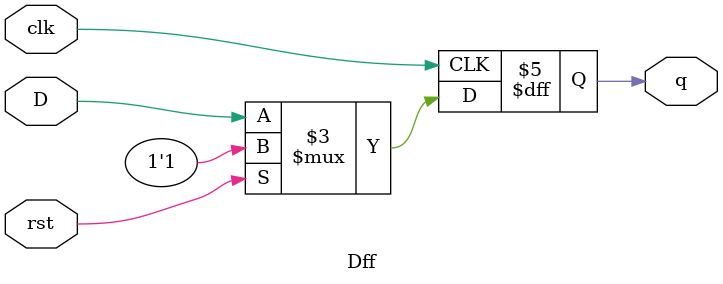
<source format=v>
`timescale 1ns / 1ps


module Dff
(
input D,clk,rst,
output reg q
);
    
always @(posedge clk) begin
if (rst)
q <= 1'b1;
else
q <= D;
end

endmodule

</source>
